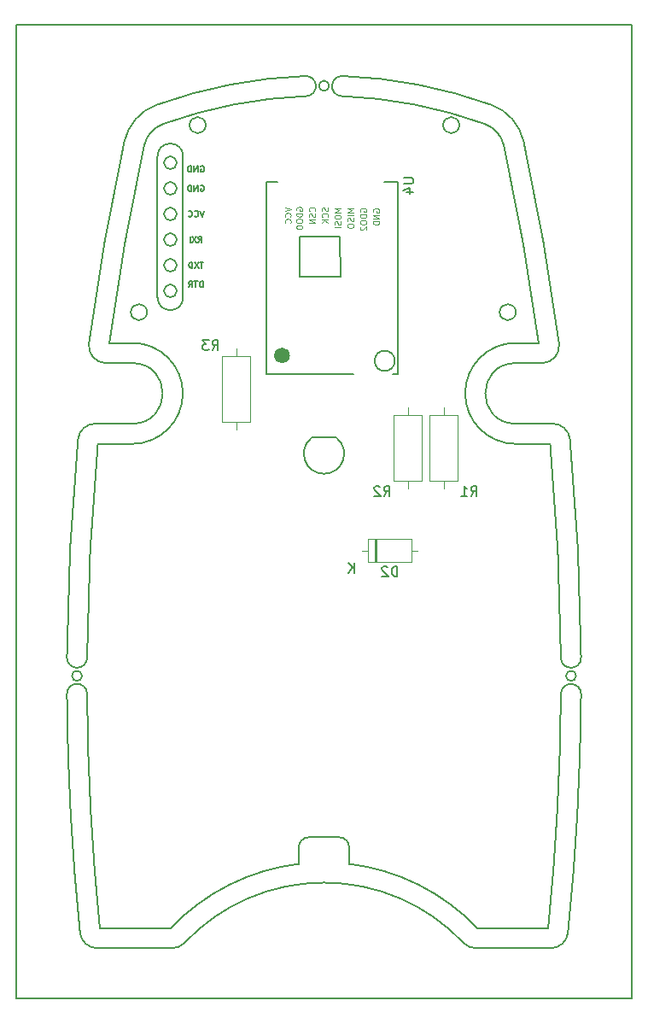
<source format=gbr>
%TF.GenerationSoftware,KiCad,Pcbnew,(5.0.1)-4*%
%TF.CreationDate,2020-03-09T19:56:50+01:00*%
%TF.ProjectId,Funk-Schaltsteckdose,46756E6B2D536368616C74737465636B,rev?*%
%TF.SameCoordinates,Original*%
%TF.FileFunction,Legend,Bot*%
%TF.FilePolarity,Positive*%
%FSLAX46Y46*%
G04 Gerber Fmt 4.6, Leading zero omitted, Abs format (unit mm)*
G04 Created by KiCad (PCBNEW (5.0.1)-4) date 09.03.2020 19:56:50*
%MOMM*%
%LPD*%
G01*
G04 APERTURE LIST*
%ADD10C,0.150000*%
%ADD11C,0.200000*%
%ADD12C,0.120000*%
%ADD13C,0.100000*%
G04 APERTURE END LIST*
D10*
X113419000Y-73407000D02*
G75*
G03X113419000Y-73407000I-800000J0D01*
G01*
X88273000Y-73407000D02*
G75*
G03X88273000Y-73407000I-800000J0D01*
G01*
X82447000Y-91949000D02*
G75*
G03X82447000Y-91949000I-800000J0D01*
G01*
X119023000Y-91949000D02*
G75*
G03X119023000Y-91949000I-800000J0D01*
G01*
X107015000Y-96775000D02*
G75*
G03X107015000Y-96775000I-1000000J0D01*
G01*
D11*
X82150901Y-75467983D02*
G75*
G02X84065149Y-73283707I2931366J-638041D01*
G01*
X81000000Y-95000000D02*
G75*
G02X81000000Y-105000000I0J-5000000D01*
G01*
X80196658Y-75042623D02*
G75*
G02X83387070Y-71402163I4885609J-1063401D01*
G01*
X115068543Y-155000001D02*
G75*
G02X113820194Y-154461510I0J1716230D01*
G01*
X122685153Y-103000000D02*
G75*
G02X124393757Y-104554632I0J-1716229D01*
G01*
X74506558Y-129807258D02*
G75*
G02X76506506Y-129792742I999974J7258D01*
G01*
X101762500Y-70533059D02*
G75*
G02X115934851Y-73283707I-1762500J-46966941D01*
G01*
X101837500Y-68534465D02*
G75*
G02X116612930Y-71402163I-1837500J-48965535D01*
G01*
X76506506Y-126207258D02*
G75*
G02X77573182Y-105000000I246993494J-1792742D01*
G01*
X78390001Y-97000000D02*
X81000000Y-97000000D01*
X125493442Y-126192742D02*
G75*
G02X123493494Y-126207258I-999974J-7258D01*
G01*
X76506505Y-126207258D02*
G75*
G02X74506559Y-126192742I-999973J7258D01*
G01*
X75606243Y-104554632D02*
G75*
G02X77314847Y-103000000I1708604J-161597D01*
G01*
X83387070Y-71402163D02*
G75*
G02X98162500Y-68534465I16612930J-46097837D01*
G01*
X97500000Y-145000000D02*
G75*
G02X98500000Y-144000000I1000000J0D01*
G01*
X123493494Y-129792742D02*
G75*
G02X122231561Y-153000000I-246993494J1792742D01*
G01*
X75804972Y-153459248D02*
G75*
G02X74506559Y-129807258I247695028J25459248D01*
G01*
X81000000Y-95000000D02*
X78714380Y-95000000D01*
X122426818Y-105000000D02*
G75*
G02X123493494Y-126207258I-245926818J-23000000D01*
G01*
X119803342Y-75042623D02*
G75*
G02X123311142Y-95056710I-243303342J-52957377D01*
G01*
X98162500Y-68534465D02*
G75*
G02X98237500Y-70533059I37500J-999297D01*
G01*
X81000000Y-97000000D02*
G75*
G02X81000000Y-103000000I0J-3000000D01*
G01*
X76688858Y-95056710D02*
G75*
G02X80196658Y-75042623I246811142J-32943290D01*
G01*
X125493442Y-129807258D02*
G75*
G02X124195028Y-153459249I-248993442J1807258D01*
G01*
X101762500Y-70533059D02*
G75*
G02X101837500Y-68534465I37500J999297D01*
G01*
X77512207Y-155000001D02*
G75*
G02X75804972Y-153459249I0J1716230D01*
G01*
X102500000Y-146649341D02*
G75*
G02X115190458Y-153000000I-2500000J-20850659D01*
G01*
X124195027Y-153459249D02*
G75*
G02X122487793Y-155000000I-1707234J175478D01*
G01*
X116612930Y-71402163D02*
G75*
G02X119803342Y-75042623I-1695197J-4703861D01*
G01*
X86179806Y-154461510D02*
G75*
G02X113820194Y-154461510I13820194J-13038490D01*
G01*
X119000000Y-103000000D02*
G75*
G02X119000000Y-97000000I0J3000000D01*
G01*
X124393757Y-104554632D02*
G75*
G02X125493441Y-126192742I-247893757J-23445368D01*
G01*
X123311141Y-95056710D02*
G75*
G02X121609999Y-97000000I-1701142J-227061D01*
G01*
X115934851Y-73283707D02*
G75*
G02X117849098Y-75467983I-1017118J-2822317D01*
G01*
X74506559Y-126192742D02*
G75*
G02X75606243Y-104554632I248993441J-1807258D01*
G01*
X123493495Y-129792742D02*
G75*
G02X125493441Y-129807258I999973J-7258D01*
G01*
X78390001Y-97000001D02*
G75*
G02X76688858Y-95056710I0J1716230D01*
G01*
X81000000Y-103000000D02*
X77314847Y-103000000D01*
X78714380Y-95000000D02*
G75*
G02X82150902Y-75467983I244785620J-33000000D01*
G01*
X101500000Y-144000000D02*
G75*
G02X102500000Y-145000000I0J-1000000D01*
G01*
X84809542Y-153000000D02*
G75*
G02X97500000Y-146649341I15190458J-14500000D01*
G01*
X86179805Y-154461510D02*
G75*
G02X84931457Y-155000000I-1248348J1177739D01*
G01*
X84065149Y-73283707D02*
G75*
G02X98237500Y-70533059I15934851J-44216293D01*
G01*
X119000000Y-105000000D02*
G75*
G02X119000000Y-95000000I0J5000000D01*
G01*
X77573182Y-105000000D02*
X81000000Y-105000000D01*
X117849098Y-75467983D02*
G75*
G02X121285620Y-95000000I-241349098J-52532017D01*
G01*
X77768439Y-153000000D02*
G75*
G02X76506506Y-129792742I245731561J25000000D01*
G01*
X97500000Y-145000000D02*
X97500000Y-146649341D01*
X101500000Y-144000000D02*
X98500000Y-144000000D01*
X102500000Y-146649341D02*
X102500000Y-145000000D01*
X119000000Y-97000000D02*
X121609999Y-97000000D01*
X69500000Y-63500000D02*
X69500000Y-160000000D01*
X69500000Y-160000000D02*
X130500000Y-160000000D01*
X76000000Y-128000000D02*
G75*
G03X76000000Y-128000000I-500000J0D01*
G01*
X77512207Y-155000000D02*
X84931457Y-155000000D01*
X119000000Y-105000000D02*
X122426818Y-105000000D01*
X122231561Y-153000000D02*
X115190458Y-153000000D01*
X115068543Y-155000000D02*
X122487793Y-155000000D01*
X84809542Y-153000000D02*
X77768439Y-153000000D01*
X130500000Y-160000000D02*
X130500000Y-63500000D01*
X121285620Y-95000000D02*
X119000000Y-95000000D01*
X122685153Y-103000000D02*
X119000000Y-103000000D01*
X130500000Y-63500000D02*
X69500000Y-63500000D01*
X125000000Y-128000000D02*
G75*
G03X125000000Y-128000000I-500000J0D01*
G01*
X100500000Y-69500000D02*
G75*
G03X100500000Y-69500000I-500000J0D01*
G01*
D10*
X83490000Y-76505000D02*
G75*
G02X86030000Y-76505000I1270000J0D01*
G01*
X86030000Y-90475000D02*
G75*
G02X83490000Y-90475000I-1270000J0D01*
G01*
X86030000Y-90475000D02*
X86030000Y-76505000D01*
X83490000Y-76505000D02*
X83490000Y-90475000D01*
%TO.C,U4*%
X94285000Y-79045000D02*
X94285000Y-98045000D01*
X107285000Y-98045000D02*
X107285000Y-79045000D01*
X97585000Y-84445000D02*
X97585000Y-88445000D01*
X97585000Y-84445000D02*
X101585000Y-84445000D01*
X101585000Y-84445000D02*
X101615000Y-88445000D01*
X97585000Y-88445000D02*
X101585000Y-88445000D01*
X96535000Y-96245000D02*
G75*
G03X96535000Y-96245000I-700000J0D01*
G01*
X94285000Y-79045000D02*
X95428000Y-79045000D01*
X107285000Y-79045000D02*
X105969000Y-79045000D01*
X107285000Y-98045000D02*
X106785000Y-98045000D01*
X94285000Y-98045000D02*
X102921000Y-98045000D01*
G36*
X95175000Y-96305000D02*
X95265000Y-96625000D01*
X95475000Y-96805000D01*
X95795000Y-96925000D01*
X96165000Y-96835000D01*
X96405000Y-96605000D01*
X96495000Y-96225000D01*
X96465000Y-95975000D01*
X96265000Y-95725000D01*
X95845000Y-95585000D01*
X95445000Y-95705000D01*
X95225000Y-95955000D01*
X95175000Y-96305000D01*
G37*
X95175000Y-96305000D02*
X95265000Y-96625000D01*
X95475000Y-96805000D01*
X95795000Y-96925000D01*
X96165000Y-96835000D01*
X96405000Y-96605000D01*
X96495000Y-96225000D01*
X96465000Y-95975000D01*
X96265000Y-95725000D01*
X95845000Y-95585000D01*
X95445000Y-95705000D01*
X95225000Y-95955000D01*
X95175000Y-96305000D01*
%TO.C,U1*%
X85395000Y-89840000D02*
G75*
G03X85395000Y-89840000I-635000J0D01*
G01*
X85395000Y-87300000D02*
G75*
G03X85395000Y-87300000I-635000J0D01*
G01*
X85395000Y-84760000D02*
G75*
G03X85395000Y-84760000I-635000J0D01*
G01*
X85395000Y-82220000D02*
G75*
G03X85395000Y-82220000I-635000J0D01*
G01*
X85395000Y-79680000D02*
G75*
G03X85395000Y-79680000I-635000J0D01*
G01*
X85395000Y-77140000D02*
G75*
G03X85395000Y-77140000I-635000J0D01*
G01*
%TO.C,D1*%
X101219420Y-104383752D02*
G75*
G02X98800000Y-104369001I-1219420J-1585248D01*
G01*
X101200000Y-104369000D02*
X98800000Y-104369000D01*
D12*
%TO.C,R1*%
X110487000Y-102141000D02*
X113227000Y-102141000D01*
X113227000Y-102141000D02*
X113227000Y-108681000D01*
X113227000Y-108681000D02*
X110487000Y-108681000D01*
X110487000Y-108681000D02*
X110487000Y-102141000D01*
X111857000Y-101371000D02*
X111857000Y-102141000D01*
X111857000Y-109451000D02*
X111857000Y-108681000D01*
%TO.C,R2*%
X108301000Y-101371000D02*
X108301000Y-102141000D01*
X108301000Y-109451000D02*
X108301000Y-108681000D01*
X109671000Y-102141000D02*
X109671000Y-108681000D01*
X106931000Y-102141000D02*
X109671000Y-102141000D01*
X106931000Y-108681000D02*
X106931000Y-102141000D01*
X109671000Y-108681000D02*
X106931000Y-108681000D01*
%TO.C,R3*%
X92653000Y-102839000D02*
X89913000Y-102839000D01*
X89913000Y-102839000D02*
X89913000Y-96299000D01*
X89913000Y-96299000D02*
X92653000Y-96299000D01*
X92653000Y-96299000D02*
X92653000Y-102839000D01*
X91283000Y-103609000D02*
X91283000Y-102839000D01*
X91283000Y-95529000D02*
X91283000Y-96299000D01*
%TO.C,D2*%
X104403000Y-116691000D02*
X104403000Y-114451000D01*
X104403000Y-114451000D02*
X108643000Y-114451000D01*
X108643000Y-114451000D02*
X108643000Y-116691000D01*
X108643000Y-116691000D02*
X104403000Y-116691000D01*
X103753000Y-115571000D02*
X104403000Y-115571000D01*
X109293000Y-115571000D02*
X108643000Y-115571000D01*
X105123000Y-116691000D02*
X105123000Y-114451000D01*
X105243000Y-116691000D02*
X105243000Y-114451000D01*
X105003000Y-116691000D02*
X105003000Y-114451000D01*
%TD*%
%TO.C,U4*%
D10*
X107877380Y-78618095D02*
X108686904Y-78618095D01*
X108782142Y-78665714D01*
X108829761Y-78713333D01*
X108877380Y-78808571D01*
X108877380Y-78999047D01*
X108829761Y-79094285D01*
X108782142Y-79141904D01*
X108686904Y-79189523D01*
X107877380Y-79189523D01*
X108210714Y-80094285D02*
X108877380Y-80094285D01*
X107829761Y-79856190D02*
X108544047Y-79618095D01*
X108544047Y-80237142D01*
D13*
X96115428Y-81547000D02*
X96715428Y-81747000D01*
X96115428Y-81947000D01*
X96658285Y-82489857D02*
X96686857Y-82461285D01*
X96715428Y-82375571D01*
X96715428Y-82318428D01*
X96686857Y-82232714D01*
X96629714Y-82175571D01*
X96572571Y-82147000D01*
X96458285Y-82118428D01*
X96372571Y-82118428D01*
X96258285Y-82147000D01*
X96201142Y-82175571D01*
X96144000Y-82232714D01*
X96115428Y-82318428D01*
X96115428Y-82375571D01*
X96144000Y-82461285D01*
X96172571Y-82489857D01*
X96658285Y-83089857D02*
X96686857Y-83061285D01*
X96715428Y-82975571D01*
X96715428Y-82918428D01*
X96686857Y-82832714D01*
X96629714Y-82775571D01*
X96572571Y-82747000D01*
X96458285Y-82718428D01*
X96372571Y-82718428D01*
X96258285Y-82747000D01*
X96201142Y-82775571D01*
X96144000Y-82832714D01*
X96115428Y-82918428D01*
X96115428Y-82975571D01*
X96144000Y-83061285D01*
X96172571Y-83089857D01*
X97287000Y-81858142D02*
X97258428Y-81801000D01*
X97258428Y-81715285D01*
X97287000Y-81629571D01*
X97344142Y-81572428D01*
X97401285Y-81543857D01*
X97515571Y-81515285D01*
X97601285Y-81515285D01*
X97715571Y-81543857D01*
X97772714Y-81572428D01*
X97829857Y-81629571D01*
X97858428Y-81715285D01*
X97858428Y-81772428D01*
X97829857Y-81858142D01*
X97801285Y-81886714D01*
X97601285Y-81886714D01*
X97601285Y-81772428D01*
X97858428Y-82143857D02*
X97258428Y-82143857D01*
X97258428Y-82286714D01*
X97287000Y-82372428D01*
X97344142Y-82429571D01*
X97401285Y-82458142D01*
X97515571Y-82486714D01*
X97601285Y-82486714D01*
X97715571Y-82458142D01*
X97772714Y-82429571D01*
X97829857Y-82372428D01*
X97858428Y-82286714D01*
X97858428Y-82143857D01*
X97258428Y-82858142D02*
X97258428Y-82972428D01*
X97287000Y-83029571D01*
X97344142Y-83086714D01*
X97458428Y-83115285D01*
X97658428Y-83115285D01*
X97772714Y-83086714D01*
X97829857Y-83029571D01*
X97858428Y-82972428D01*
X97858428Y-82858142D01*
X97829857Y-82801000D01*
X97772714Y-82743857D01*
X97658428Y-82715285D01*
X97458428Y-82715285D01*
X97344142Y-82743857D01*
X97287000Y-82801000D01*
X97258428Y-82858142D01*
X97258428Y-83486714D02*
X97258428Y-83543857D01*
X97287000Y-83601000D01*
X97315571Y-83629571D01*
X97372714Y-83658142D01*
X97487000Y-83686714D01*
X97629857Y-83686714D01*
X97744142Y-83658142D01*
X97801285Y-83629571D01*
X97829857Y-83601000D01*
X97858428Y-83543857D01*
X97858428Y-83486714D01*
X97829857Y-83429571D01*
X97801285Y-83401000D01*
X97744142Y-83372428D01*
X97629857Y-83343857D01*
X97487000Y-83343857D01*
X97372714Y-83372428D01*
X97315571Y-83401000D01*
X97287000Y-83429571D01*
X97258428Y-83486714D01*
X99071285Y-81932714D02*
X99099857Y-81904142D01*
X99128428Y-81818428D01*
X99128428Y-81761285D01*
X99099857Y-81675571D01*
X99042714Y-81618428D01*
X98985571Y-81589857D01*
X98871285Y-81561285D01*
X98785571Y-81561285D01*
X98671285Y-81589857D01*
X98614142Y-81618428D01*
X98557000Y-81675571D01*
X98528428Y-81761285D01*
X98528428Y-81818428D01*
X98557000Y-81904142D01*
X98585571Y-81932714D01*
X99099857Y-82161285D02*
X99128428Y-82247000D01*
X99128428Y-82389857D01*
X99099857Y-82447000D01*
X99071285Y-82475571D01*
X99014142Y-82504142D01*
X98957000Y-82504142D01*
X98899857Y-82475571D01*
X98871285Y-82447000D01*
X98842714Y-82389857D01*
X98814142Y-82275571D01*
X98785571Y-82218428D01*
X98757000Y-82189857D01*
X98699857Y-82161285D01*
X98642714Y-82161285D01*
X98585571Y-82189857D01*
X98557000Y-82218428D01*
X98528428Y-82275571D01*
X98528428Y-82418428D01*
X98557000Y-82504142D01*
X99128428Y-82761285D02*
X98528428Y-82761285D01*
X99128428Y-83104142D01*
X98528428Y-83104142D01*
X100369857Y-81575571D02*
X100398428Y-81661285D01*
X100398428Y-81804142D01*
X100369857Y-81861285D01*
X100341285Y-81889857D01*
X100284142Y-81918428D01*
X100227000Y-81918428D01*
X100169857Y-81889857D01*
X100141285Y-81861285D01*
X100112714Y-81804142D01*
X100084142Y-81689857D01*
X100055571Y-81632714D01*
X100027000Y-81604142D01*
X99969857Y-81575571D01*
X99912714Y-81575571D01*
X99855571Y-81604142D01*
X99827000Y-81632714D01*
X99798428Y-81689857D01*
X99798428Y-81832714D01*
X99827000Y-81918428D01*
X100341285Y-82518428D02*
X100369857Y-82489857D01*
X100398428Y-82404142D01*
X100398428Y-82347000D01*
X100369857Y-82261285D01*
X100312714Y-82204142D01*
X100255571Y-82175571D01*
X100141285Y-82147000D01*
X100055571Y-82147000D01*
X99941285Y-82175571D01*
X99884142Y-82204142D01*
X99827000Y-82261285D01*
X99798428Y-82347000D01*
X99798428Y-82404142D01*
X99827000Y-82489857D01*
X99855571Y-82518428D01*
X100398428Y-82775571D02*
X99798428Y-82775571D01*
X100398428Y-83118428D02*
X100055571Y-82861285D01*
X99798428Y-83118428D02*
X100141285Y-82775571D01*
X101668428Y-81658142D02*
X101068428Y-81658142D01*
X101497000Y-81858142D01*
X101068428Y-82058142D01*
X101668428Y-82058142D01*
X101068428Y-82458142D02*
X101068428Y-82572428D01*
X101097000Y-82629571D01*
X101154142Y-82686714D01*
X101268428Y-82715285D01*
X101468428Y-82715285D01*
X101582714Y-82686714D01*
X101639857Y-82629571D01*
X101668428Y-82572428D01*
X101668428Y-82458142D01*
X101639857Y-82401000D01*
X101582714Y-82343857D01*
X101468428Y-82315285D01*
X101268428Y-82315285D01*
X101154142Y-82343857D01*
X101097000Y-82401000D01*
X101068428Y-82458142D01*
X101639857Y-82943857D02*
X101668428Y-83029571D01*
X101668428Y-83172428D01*
X101639857Y-83229571D01*
X101611285Y-83258142D01*
X101554142Y-83286714D01*
X101497000Y-83286714D01*
X101439857Y-83258142D01*
X101411285Y-83229571D01*
X101382714Y-83172428D01*
X101354142Y-83058142D01*
X101325571Y-83001000D01*
X101297000Y-82972428D01*
X101239857Y-82943857D01*
X101182714Y-82943857D01*
X101125571Y-82972428D01*
X101097000Y-83001000D01*
X101068428Y-83058142D01*
X101068428Y-83201000D01*
X101097000Y-83286714D01*
X101668428Y-83543857D02*
X101068428Y-83543857D01*
X102938428Y-81658142D02*
X102338428Y-81658142D01*
X102767000Y-81858142D01*
X102338428Y-82058142D01*
X102938428Y-82058142D01*
X102938428Y-82343857D02*
X102338428Y-82343857D01*
X102909857Y-82601000D02*
X102938428Y-82686714D01*
X102938428Y-82829571D01*
X102909857Y-82886714D01*
X102881285Y-82915285D01*
X102824142Y-82943857D01*
X102767000Y-82943857D01*
X102709857Y-82915285D01*
X102681285Y-82886714D01*
X102652714Y-82829571D01*
X102624142Y-82715285D01*
X102595571Y-82658142D01*
X102567000Y-82629571D01*
X102509857Y-82601000D01*
X102452714Y-82601000D01*
X102395571Y-82629571D01*
X102367000Y-82658142D01*
X102338428Y-82715285D01*
X102338428Y-82858142D01*
X102367000Y-82943857D01*
X102338428Y-83315285D02*
X102338428Y-83429571D01*
X102367000Y-83486714D01*
X102424142Y-83543857D01*
X102538428Y-83572428D01*
X102738428Y-83572428D01*
X102852714Y-83543857D01*
X102909857Y-83486714D01*
X102938428Y-83429571D01*
X102938428Y-83315285D01*
X102909857Y-83258142D01*
X102852714Y-83201000D01*
X102738428Y-83172428D01*
X102538428Y-83172428D01*
X102424142Y-83201000D01*
X102367000Y-83258142D01*
X102338428Y-83315285D01*
X103637000Y-81985142D02*
X103608428Y-81928000D01*
X103608428Y-81842285D01*
X103637000Y-81756571D01*
X103694142Y-81699428D01*
X103751285Y-81670857D01*
X103865571Y-81642285D01*
X103951285Y-81642285D01*
X104065571Y-81670857D01*
X104122714Y-81699428D01*
X104179857Y-81756571D01*
X104208428Y-81842285D01*
X104208428Y-81899428D01*
X104179857Y-81985142D01*
X104151285Y-82013714D01*
X103951285Y-82013714D01*
X103951285Y-81899428D01*
X104208428Y-82270857D02*
X103608428Y-82270857D01*
X103608428Y-82413714D01*
X103637000Y-82499428D01*
X103694142Y-82556571D01*
X103751285Y-82585142D01*
X103865571Y-82613714D01*
X103951285Y-82613714D01*
X104065571Y-82585142D01*
X104122714Y-82556571D01*
X104179857Y-82499428D01*
X104208428Y-82413714D01*
X104208428Y-82270857D01*
X103608428Y-82985142D02*
X103608428Y-83099428D01*
X103637000Y-83156571D01*
X103694142Y-83213714D01*
X103808428Y-83242285D01*
X104008428Y-83242285D01*
X104122714Y-83213714D01*
X104179857Y-83156571D01*
X104208428Y-83099428D01*
X104208428Y-82985142D01*
X104179857Y-82928000D01*
X104122714Y-82870857D01*
X104008428Y-82842285D01*
X103808428Y-82842285D01*
X103694142Y-82870857D01*
X103637000Y-82928000D01*
X103608428Y-82985142D01*
X103665571Y-83470857D02*
X103637000Y-83499428D01*
X103608428Y-83556571D01*
X103608428Y-83699428D01*
X103637000Y-83756571D01*
X103665571Y-83785142D01*
X103722714Y-83813714D01*
X103779857Y-83813714D01*
X103865571Y-83785142D01*
X104208428Y-83442285D01*
X104208428Y-83813714D01*
X104907000Y-82016857D02*
X104878428Y-81959714D01*
X104878428Y-81874000D01*
X104907000Y-81788285D01*
X104964142Y-81731142D01*
X105021285Y-81702571D01*
X105135571Y-81674000D01*
X105221285Y-81674000D01*
X105335571Y-81702571D01*
X105392714Y-81731142D01*
X105449857Y-81788285D01*
X105478428Y-81874000D01*
X105478428Y-81931142D01*
X105449857Y-82016857D01*
X105421285Y-82045428D01*
X105221285Y-82045428D01*
X105221285Y-81931142D01*
X105478428Y-82302571D02*
X104878428Y-82302571D01*
X105478428Y-82645428D01*
X104878428Y-82645428D01*
X105478428Y-82931142D02*
X104878428Y-82931142D01*
X104878428Y-83074000D01*
X104907000Y-83159714D01*
X104964142Y-83216857D01*
X105021285Y-83245428D01*
X105135571Y-83274000D01*
X105221285Y-83274000D01*
X105335571Y-83245428D01*
X105392714Y-83216857D01*
X105449857Y-83159714D01*
X105478428Y-83074000D01*
X105478428Y-82931142D01*
%TO.C,U1*%
D10*
X87985714Y-89476428D02*
X87985714Y-88876428D01*
X87842857Y-88876428D01*
X87757142Y-88905000D01*
X87700000Y-88962142D01*
X87671428Y-89019285D01*
X87642857Y-89133571D01*
X87642857Y-89219285D01*
X87671428Y-89333571D01*
X87700000Y-89390714D01*
X87757142Y-89447857D01*
X87842857Y-89476428D01*
X87985714Y-89476428D01*
X87471428Y-88876428D02*
X87128571Y-88876428D01*
X87300000Y-89476428D02*
X87300000Y-88876428D01*
X86585714Y-89476428D02*
X86785714Y-89190714D01*
X86928571Y-89476428D02*
X86928571Y-88876428D01*
X86700000Y-88876428D01*
X86642857Y-88905000D01*
X86614285Y-88933571D01*
X86585714Y-88990714D01*
X86585714Y-89076428D01*
X86614285Y-89133571D01*
X86642857Y-89162142D01*
X86700000Y-89190714D01*
X86928571Y-89190714D01*
X88057142Y-86971428D02*
X87714285Y-86971428D01*
X87885714Y-87571428D02*
X87885714Y-86971428D01*
X87571428Y-86971428D02*
X87171428Y-87571428D01*
X87171428Y-86971428D02*
X87571428Y-87571428D01*
X86942857Y-87571428D02*
X86942857Y-86971428D01*
X86800000Y-86971428D01*
X86714285Y-87000000D01*
X86657142Y-87057142D01*
X86628571Y-87114285D01*
X86600000Y-87228571D01*
X86600000Y-87314285D01*
X86628571Y-87428571D01*
X86657142Y-87485714D01*
X86714285Y-87542857D01*
X86800000Y-87571428D01*
X86942857Y-87571428D01*
X87542857Y-85031428D02*
X87742857Y-84745714D01*
X87885714Y-85031428D02*
X87885714Y-84431428D01*
X87657142Y-84431428D01*
X87600000Y-84460000D01*
X87571428Y-84488571D01*
X87542857Y-84545714D01*
X87542857Y-84631428D01*
X87571428Y-84688571D01*
X87600000Y-84717142D01*
X87657142Y-84745714D01*
X87885714Y-84745714D01*
X87342857Y-84431428D02*
X86942857Y-85031428D01*
X86942857Y-84431428D02*
X87342857Y-85031428D01*
X86714285Y-85031428D02*
X86714285Y-84431428D01*
X88100000Y-81891428D02*
X87900000Y-82491428D01*
X87700000Y-81891428D01*
X87157142Y-82434285D02*
X87185714Y-82462857D01*
X87271428Y-82491428D01*
X87328571Y-82491428D01*
X87414285Y-82462857D01*
X87471428Y-82405714D01*
X87500000Y-82348571D01*
X87528571Y-82234285D01*
X87528571Y-82148571D01*
X87500000Y-82034285D01*
X87471428Y-81977142D01*
X87414285Y-81920000D01*
X87328571Y-81891428D01*
X87271428Y-81891428D01*
X87185714Y-81920000D01*
X87157142Y-81948571D01*
X86557142Y-82434285D02*
X86585714Y-82462857D01*
X86671428Y-82491428D01*
X86728571Y-82491428D01*
X86814285Y-82462857D01*
X86871428Y-82405714D01*
X86900000Y-82348571D01*
X86928571Y-82234285D01*
X86928571Y-82148571D01*
X86900000Y-82034285D01*
X86871428Y-81977142D01*
X86814285Y-81920000D01*
X86728571Y-81891428D01*
X86671428Y-81891428D01*
X86585714Y-81920000D01*
X86557142Y-81948571D01*
X87757142Y-79380000D02*
X87814285Y-79351428D01*
X87900000Y-79351428D01*
X87985714Y-79380000D01*
X88042857Y-79437142D01*
X88071428Y-79494285D01*
X88100000Y-79608571D01*
X88100000Y-79694285D01*
X88071428Y-79808571D01*
X88042857Y-79865714D01*
X87985714Y-79922857D01*
X87900000Y-79951428D01*
X87842857Y-79951428D01*
X87757142Y-79922857D01*
X87728571Y-79894285D01*
X87728571Y-79694285D01*
X87842857Y-79694285D01*
X87471428Y-79951428D02*
X87471428Y-79351428D01*
X87128571Y-79951428D01*
X87128571Y-79351428D01*
X86842857Y-79951428D02*
X86842857Y-79351428D01*
X86700000Y-79351428D01*
X86614285Y-79380000D01*
X86557142Y-79437142D01*
X86528571Y-79494285D01*
X86500000Y-79608571D01*
X86500000Y-79694285D01*
X86528571Y-79808571D01*
X86557142Y-79865714D01*
X86614285Y-79922857D01*
X86700000Y-79951428D01*
X86842857Y-79951428D01*
X87757142Y-77475000D02*
X87814285Y-77446428D01*
X87900000Y-77446428D01*
X87985714Y-77475000D01*
X88042857Y-77532142D01*
X88071428Y-77589285D01*
X88100000Y-77703571D01*
X88100000Y-77789285D01*
X88071428Y-77903571D01*
X88042857Y-77960714D01*
X87985714Y-78017857D01*
X87900000Y-78046428D01*
X87842857Y-78046428D01*
X87757142Y-78017857D01*
X87728571Y-77989285D01*
X87728571Y-77789285D01*
X87842857Y-77789285D01*
X87471428Y-78046428D02*
X87471428Y-77446428D01*
X87128571Y-78046428D01*
X87128571Y-77446428D01*
X86842857Y-78046428D02*
X86842857Y-77446428D01*
X86700000Y-77446428D01*
X86614285Y-77475000D01*
X86557142Y-77532142D01*
X86528571Y-77589285D01*
X86500000Y-77703571D01*
X86500000Y-77789285D01*
X86528571Y-77903571D01*
X86557142Y-77960714D01*
X86614285Y-78017857D01*
X86700000Y-78046428D01*
X86842857Y-78046428D01*
%TO.C,R1*%
X114563666Y-110181380D02*
X114897000Y-109705190D01*
X115135095Y-110181380D02*
X115135095Y-109181380D01*
X114754142Y-109181380D01*
X114658904Y-109229000D01*
X114611285Y-109276619D01*
X114563666Y-109371857D01*
X114563666Y-109514714D01*
X114611285Y-109609952D01*
X114658904Y-109657571D01*
X114754142Y-109705190D01*
X115135095Y-109705190D01*
X113611285Y-110181380D02*
X114182714Y-110181380D01*
X113897000Y-110181380D02*
X113897000Y-109181380D01*
X113992238Y-109324238D01*
X114087476Y-109419476D01*
X114182714Y-109467095D01*
%TO.C,R2*%
X105927666Y-110181380D02*
X106261000Y-109705190D01*
X106499095Y-110181380D02*
X106499095Y-109181380D01*
X106118142Y-109181380D01*
X106022904Y-109229000D01*
X105975285Y-109276619D01*
X105927666Y-109371857D01*
X105927666Y-109514714D01*
X105975285Y-109609952D01*
X106022904Y-109657571D01*
X106118142Y-109705190D01*
X106499095Y-109705190D01*
X105546714Y-109276619D02*
X105499095Y-109229000D01*
X105403857Y-109181380D01*
X105165761Y-109181380D01*
X105070523Y-109229000D01*
X105022904Y-109276619D01*
X104975285Y-109371857D01*
X104975285Y-109467095D01*
X105022904Y-109609952D01*
X105594333Y-110181380D01*
X104975285Y-110181380D01*
%TO.C,R3*%
X88909666Y-95703380D02*
X89243000Y-95227190D01*
X89481095Y-95703380D02*
X89481095Y-94703380D01*
X89100142Y-94703380D01*
X89004904Y-94751000D01*
X88957285Y-94798619D01*
X88909666Y-94893857D01*
X88909666Y-95036714D01*
X88957285Y-95131952D01*
X89004904Y-95179571D01*
X89100142Y-95227190D01*
X89481095Y-95227190D01*
X88576333Y-94703380D02*
X87957285Y-94703380D01*
X88290619Y-95084333D01*
X88147761Y-95084333D01*
X88052523Y-95131952D01*
X88004904Y-95179571D01*
X87957285Y-95274809D01*
X87957285Y-95512904D01*
X88004904Y-95608142D01*
X88052523Y-95655761D01*
X88147761Y-95703380D01*
X88433476Y-95703380D01*
X88528714Y-95655761D01*
X88576333Y-95608142D01*
%TO.C,D2*%
X107261095Y-118143380D02*
X107261095Y-117143380D01*
X107023000Y-117143380D01*
X106880142Y-117191000D01*
X106784904Y-117286238D01*
X106737285Y-117381476D01*
X106689666Y-117571952D01*
X106689666Y-117714809D01*
X106737285Y-117905285D01*
X106784904Y-118000523D01*
X106880142Y-118095761D01*
X107023000Y-118143380D01*
X107261095Y-118143380D01*
X106308714Y-117238619D02*
X106261095Y-117191000D01*
X106165857Y-117143380D01*
X105927761Y-117143380D01*
X105832523Y-117191000D01*
X105784904Y-117238619D01*
X105737285Y-117333857D01*
X105737285Y-117429095D01*
X105784904Y-117571952D01*
X106356333Y-118143380D01*
X105737285Y-118143380D01*
X102974904Y-117823380D02*
X102974904Y-116823380D01*
X102403476Y-117823380D02*
X102832047Y-117251952D01*
X102403476Y-116823380D02*
X102974904Y-117394809D01*
%TD*%
M02*

</source>
